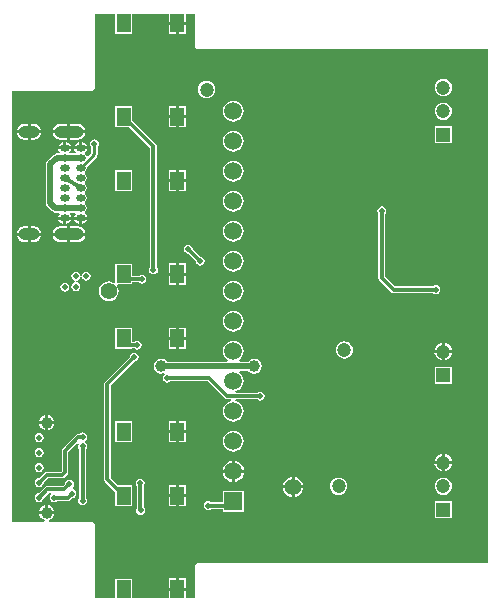
<source format=gbl>
G04*
G04 #@! TF.GenerationSoftware,Altium Limited,Altium Designer,21.6.1 (37)*
G04*
G04 Layer_Physical_Order=2*
G04 Layer_Color=16711680*
%FSLAX25Y25*%
%MOIN*%
G70*
G04*
G04 #@! TF.SameCoordinates,5EA0F2DE-1706-4193-BDFD-DA62A5601E92*
G04*
G04*
G04 #@! TF.FilePolarity,Positive*
G04*
G01*
G75*
%ADD18C,0.01000*%
%ADD23C,0.03937*%
%ADD59C,0.01181*%
%ADD60C,0.01968*%
%ADD61C,0.04724*%
%ADD62O,0.03150X0.02441*%
%ADD63O,0.09843X0.03937*%
%ADD64O,0.07087X0.03937*%
%ADD65R,0.04724X0.04724*%
%ADD66C,0.05906*%
%ADD67R,0.05906X0.05906*%
%ADD68C,0.05512*%
%ADD69C,0.01968*%
%ADD70R,0.04724X0.05906*%
G36*
X-12831Y86614D02*
X-12753Y86224D01*
X-12532Y85893D01*
X-12201Y85672D01*
X-11811Y85595D01*
X84965Y85595D01*
X84965Y-85595D01*
X-11811Y-85595D01*
X-12201Y-85672D01*
X-12532Y-85893D01*
X-12753Y-86224D01*
X-12831Y-86614D01*
X-12831Y-97406D01*
X-15660Y-97406D01*
X-15660Y-94791D01*
X-18622Y-94791D01*
X-21584Y-94791D01*
X-21584Y-97406D01*
X-33634Y-97406D01*
X-33634Y-90839D01*
X-39358Y-90839D01*
X-39358Y-97406D01*
X-46224Y-97406D01*
X-46224Y-72835D01*
X-46302Y-72444D01*
X-46523Y-72114D01*
X-46854Y-71893D01*
X-47244Y-71815D01*
X-61408Y-71815D01*
X-61515Y-71343D01*
X-60890Y-71084D01*
X-60353Y-70673D01*
X-59942Y-70136D01*
X-59683Y-69511D01*
X-59660Y-69341D01*
X-62185Y-69341D01*
X-64710Y-69341D01*
X-64687Y-69511D01*
X-64429Y-70136D01*
X-64017Y-70673D01*
X-63480Y-71084D01*
X-62856Y-71343D01*
X-62962Y-71815D01*
X-73784Y-71815D01*
X-73784Y71815D01*
X-47244Y71815D01*
X-46854Y71893D01*
X-46523Y72114D01*
X-46302Y72444D01*
X-46224Y72835D01*
X-46224Y97406D01*
X-39358Y97406D01*
X-39358Y90839D01*
X-33634Y90839D01*
X-33634Y97406D01*
X-21584Y97406D01*
X-21584Y94791D01*
X-18622Y94791D01*
X-15660Y94791D01*
X-15660Y97406D01*
X-12831Y97406D01*
X-12831Y86614D01*
X-12831Y86614D02*
G37*
%LPC*%
G36*
X-15660Y93791D02*
X-18122Y93791D01*
X-18122Y90739D01*
X-15660Y90739D01*
X-15660Y93791D01*
X-15660Y93791D02*
G37*
G36*
X-19122Y93791D02*
X-21584Y93791D01*
X-21584Y90739D01*
X-19122Y90739D01*
X-19122Y93791D01*
X-19122Y93791D02*
G37*
G36*
X70000Y75761D02*
X69253Y75662D01*
X68557Y75374D01*
X67959Y74915D01*
X67500Y74318D01*
X67212Y73621D01*
X67113Y72874D01*
X67212Y72127D01*
X67500Y71431D01*
X67959Y70833D01*
X68557Y70374D01*
X69253Y70086D01*
X70000Y69987D01*
X70747Y70086D01*
X71443Y70374D01*
X72041Y70833D01*
X72500Y71431D01*
X72789Y72127D01*
X72887Y72874D01*
X72789Y73621D01*
X72500Y74318D01*
X72041Y74915D01*
X71443Y75374D01*
X70747Y75662D01*
X70000Y75761D01*
X70000Y75761D02*
G37*
G36*
X-8900Y75087D02*
X-9647Y74989D01*
X-10343Y74700D01*
X-10941Y74241D01*
X-11400Y73643D01*
X-11688Y72947D01*
X-11787Y72200D01*
X-11688Y71453D01*
X-11400Y70757D01*
X-10941Y70159D01*
X-10343Y69700D01*
X-9647Y69411D01*
X-8900Y69313D01*
X-8153Y69411D01*
X-7457Y69700D01*
X-6859Y70159D01*
X-6400Y70757D01*
X-6112Y71453D01*
X-6013Y72200D01*
X-6112Y72947D01*
X-6400Y73643D01*
X-6859Y74241D01*
X-7457Y74700D01*
X-8153Y74989D01*
X-8900Y75087D01*
X-8900Y75087D02*
G37*
G36*
X-15660Y66742D02*
X-18122Y66742D01*
X-18122Y63689D01*
X-15660Y63689D01*
X-15660Y66742D01*
X-15660Y66742D02*
G37*
G36*
X-19122Y66742D02*
X-21584Y66742D01*
X-21584Y63689D01*
X-19122Y63689D01*
X-19122Y66742D01*
X-19122Y66742D02*
G37*
G36*
X70000Y67887D02*
X69253Y67788D01*
X68557Y67500D01*
X67959Y67041D01*
X67500Y66443D01*
X67212Y65747D01*
X67113Y65000D01*
X67212Y64253D01*
X67500Y63557D01*
X67959Y62959D01*
X68557Y62500D01*
X69253Y62212D01*
X70000Y62113D01*
X70747Y62212D01*
X71443Y62500D01*
X72041Y62959D01*
X72500Y63557D01*
X72789Y64253D01*
X72887Y65000D01*
X72789Y65747D01*
X72500Y66443D01*
X72041Y67041D01*
X71443Y67500D01*
X70747Y67788D01*
X70000Y67887D01*
X70000Y67887D02*
G37*
G36*
X0Y68483D02*
X-901Y68364D01*
X-1741Y68016D01*
X-2462Y67462D01*
X-3016Y66741D01*
X-3364Y65901D01*
X-3483Y65000D01*
X-3364Y64099D01*
X-3016Y63259D01*
X-2462Y62537D01*
X-1741Y61984D01*
X-901Y61636D01*
X0Y61518D01*
X901Y61636D01*
X1741Y61984D01*
X2462Y62537D01*
X3016Y63259D01*
X3364Y64099D01*
X3483Y65000D01*
X3364Y65901D01*
X3016Y66741D01*
X2462Y67462D01*
X1741Y68016D01*
X901Y68364D01*
X0Y68483D01*
X0Y68483D02*
G37*
G36*
X-15660Y62689D02*
X-18122Y62689D01*
X-18122Y59636D01*
X-15660Y59636D01*
X-15660Y62689D01*
X-15660Y62689D02*
G37*
G36*
X-19122Y62689D02*
X-21584Y62689D01*
X-21584Y59636D01*
X-19122Y59636D01*
X-19122Y62689D01*
X-19122Y62689D02*
G37*
G36*
X-51823Y60682D02*
X-54275Y60682D01*
X-54275Y58591D01*
X-49298Y58591D01*
X-49320Y58762D01*
X-49579Y59386D01*
X-49991Y59923D01*
X-50527Y60335D01*
X-51152Y60593D01*
X-51823Y60682D01*
X-51823Y60682D02*
G37*
G36*
X-55275Y60682D02*
X-57728Y60682D01*
X-58399Y60593D01*
X-59023Y60335D01*
X-59560Y59923D01*
X-59972Y59386D01*
X-60230Y58762D01*
X-60253Y58591D01*
X-55275Y58591D01*
X-55275Y60682D01*
X-55275Y60682D02*
G37*
G36*
X-66508Y60682D02*
X-67582Y60682D01*
X-67582Y58591D01*
X-63983Y58591D01*
X-64005Y58762D01*
X-64264Y59386D01*
X-64676Y59923D01*
X-65212Y60335D01*
X-65837Y60593D01*
X-66508Y60682D01*
X-66508Y60682D02*
G37*
G36*
X-68582Y60682D02*
X-69657Y60682D01*
X-70328Y60593D01*
X-70953Y60335D01*
X-71489Y59923D01*
X-71901Y59386D01*
X-72160Y58762D01*
X-72182Y58591D01*
X-68582Y58591D01*
X-68582Y60682D01*
X-68582Y60682D02*
G37*
G36*
X-49298Y57591D02*
X-54275Y57591D01*
X-54275Y55500D01*
X-51823Y55500D01*
X-51152Y55589D01*
X-50527Y55847D01*
X-49991Y56259D01*
X-49579Y56796D01*
X-49320Y57420D01*
X-49298Y57591D01*
X-49298Y57591D02*
G37*
G36*
X-55275Y57591D02*
X-60253Y57591D01*
X-60230Y57420D01*
X-59972Y56796D01*
X-59560Y56259D01*
X-59023Y55847D01*
X-58399Y55589D01*
X-57728Y55500D01*
X-55275Y55500D01*
X-55275Y57591D01*
X-55275Y57591D02*
G37*
G36*
X-63983Y57591D02*
X-67582Y57591D01*
X-67582Y55500D01*
X-66508Y55500D01*
X-65837Y55589D01*
X-65212Y55847D01*
X-64676Y56259D01*
X-64264Y56796D01*
X-64005Y57420D01*
X-63983Y57591D01*
X-63983Y57591D02*
G37*
G36*
X-68582Y57591D02*
X-72182Y57591D01*
X-72160Y57420D01*
X-71901Y56796D01*
X-71489Y56259D01*
X-70953Y55847D01*
X-70328Y55589D01*
X-69657Y55500D01*
X-68582Y55500D01*
X-68582Y57591D01*
X-68582Y57591D02*
G37*
G36*
X72862Y59988D02*
X67138Y59988D01*
X67138Y54264D01*
X72862Y54264D01*
X72862Y59988D01*
X72862Y59988D02*
G37*
G36*
X-55731Y54603D02*
X-55731Y53276D01*
X-54120Y53276D01*
X-54162Y53486D01*
X-54565Y54088D01*
X-55167Y54491D01*
X-55731Y54603D01*
X-55731Y54603D02*
G37*
G36*
X-50418Y54603D02*
X-50418Y53276D01*
X-48807Y53276D01*
X-48848Y53486D01*
X-49251Y54088D01*
X-49853Y54491D01*
X-50418Y54603D01*
X-50418Y54603D02*
G37*
G36*
X-51417Y54603D02*
X-51982Y54491D01*
X-52584Y54088D01*
X-52987Y53486D01*
X-53029Y53276D01*
X-51417Y53276D01*
X-51417Y54603D01*
X-51417Y54603D02*
G37*
G36*
X-56731Y54603D02*
X-57296Y54491D01*
X-57898Y54088D01*
X-58301Y53486D01*
X-58342Y53276D01*
X-56731Y53276D01*
X-56731Y54603D01*
X-56731Y54603D02*
G37*
G36*
X0Y58482D02*
X-901Y58364D01*
X-1741Y58016D01*
X-2462Y57463D01*
X-3016Y56741D01*
X-3364Y55901D01*
X-3483Y55000D01*
X-3364Y54099D01*
X-3016Y53259D01*
X-2462Y52538D01*
X-1741Y51984D01*
X-901Y51636D01*
X0Y51517D01*
X901Y51636D01*
X1741Y51984D01*
X2462Y52538D01*
X3016Y53259D01*
X3364Y54099D01*
X3483Y55000D01*
X3364Y55901D01*
X3016Y56741D01*
X2462Y57463D01*
X1741Y58016D01*
X901Y58364D01*
X0Y58482D01*
X0Y58482D02*
G37*
G36*
X-46260Y55647D02*
X-46839Y55532D01*
X-47330Y55204D01*
X-47658Y54713D01*
X-47773Y54134D01*
X-47658Y53555D01*
X-47330Y53064D01*
X-47279Y53030D01*
X-47279Y51014D01*
X-48443Y49851D01*
X-48922Y49996D01*
X-48943Y50100D01*
X-49323Y50669D01*
X-49431Y50742D01*
X-49431Y51343D01*
X-49251Y51464D01*
X-48848Y52066D01*
X-48807Y52276D01*
X-50918Y52276D01*
X-53029Y52276D01*
X-52987Y52066D01*
X-52584Y51464D01*
X-52553Y51442D01*
X-52704Y50942D01*
X-54445Y50942D01*
X-54596Y51442D01*
X-54565Y51464D01*
X-54162Y52066D01*
X-54120Y52276D01*
X-56231Y52276D01*
X-58342Y52276D01*
X-58301Y52066D01*
X-57898Y51464D01*
X-57867Y51442D01*
X-58018Y50942D01*
X-58839Y50942D01*
X-58839Y50942D01*
X-59418Y50827D01*
X-59909Y50499D01*
X-62094Y48314D01*
X-62422Y47823D01*
X-62537Y47244D01*
X-62537Y47244D01*
X-62537Y34449D01*
X-62537Y34449D01*
X-62422Y33870D01*
X-62094Y33379D01*
X-60342Y31627D01*
X-60342Y31627D01*
X-59851Y31299D01*
X-59272Y31184D01*
X-59272Y31184D01*
X-58018Y31184D01*
X-57867Y30684D01*
X-57898Y30663D01*
X-58301Y30060D01*
X-58342Y29850D01*
X-56231Y29850D01*
X-54120Y29850D01*
X-54162Y30060D01*
X-54565Y30663D01*
X-54596Y30684D01*
X-54445Y31184D01*
X-52704Y31184D01*
X-52553Y30684D01*
X-52584Y30663D01*
X-52987Y30060D01*
X-53029Y29850D01*
X-50918Y29850D01*
X-48807Y29850D01*
X-48848Y30060D01*
X-49251Y30663D01*
X-49431Y30783D01*
X-49431Y31384D01*
X-49323Y31457D01*
X-48943Y32026D01*
X-48809Y32697D01*
X-48943Y33368D01*
X-49323Y33937D01*
X-49520Y34069D01*
X-49520Y34671D01*
X-49323Y34803D01*
X-48943Y35372D01*
X-48809Y36043D01*
X-48943Y36714D01*
X-49323Y37283D01*
X-49521Y37416D01*
X-49521Y38017D01*
X-49323Y38150D01*
X-48943Y38719D01*
X-48809Y39390D01*
X-48943Y40061D01*
X-49323Y40630D01*
X-49520Y40762D01*
X-49520Y41364D01*
X-49323Y41496D01*
X-48943Y42065D01*
X-48809Y42736D01*
X-48943Y43407D01*
X-49323Y43976D01*
X-49521Y44109D01*
X-49521Y44710D01*
X-49323Y44843D01*
X-48943Y45412D01*
X-48809Y46083D01*
X-48895Y46515D01*
X-45539Y49871D01*
X-45318Y50202D01*
X-45240Y50592D01*
X-45240Y53030D01*
X-45190Y53064D01*
X-44862Y53555D01*
X-44747Y54134D01*
X-44862Y54713D01*
X-45190Y55204D01*
X-45681Y55532D01*
X-46260Y55647D01*
X-46260Y55647D02*
G37*
G36*
X-15660Y45351D02*
X-18122Y45351D01*
X-18122Y42298D01*
X-15660Y42298D01*
X-15660Y45351D01*
X-15660Y45351D02*
G37*
G36*
X-19122Y45351D02*
X-21584Y45351D01*
X-21584Y42298D01*
X-19122Y42298D01*
X-19122Y45351D01*
X-19122Y45351D02*
G37*
G36*
X0Y48482D02*
X-901Y48364D01*
X-1741Y48016D01*
X-2462Y47462D01*
X-3016Y46741D01*
X-3364Y45901D01*
X-3483Y45000D01*
X-3364Y44099D01*
X-3016Y43259D01*
X-2462Y42538D01*
X-1741Y41984D01*
X-901Y41636D01*
X0Y41517D01*
X901Y41636D01*
X1741Y41984D01*
X2462Y42538D01*
X3016Y43259D01*
X3364Y44099D01*
X3483Y45000D01*
X3364Y45901D01*
X3016Y46741D01*
X2462Y47462D01*
X1741Y48016D01*
X901Y48364D01*
X0Y48482D01*
X0Y48482D02*
G37*
G36*
X-33634Y45251D02*
X-39358Y45251D01*
X-39358Y38345D01*
X-33634Y38345D01*
X-33634Y45251D01*
X-33634Y45251D02*
G37*
G36*
X-15660Y41298D02*
X-18122Y41298D01*
X-18122Y38245D01*
X-15660Y38245D01*
X-15660Y41298D01*
X-15660Y41298D02*
G37*
G36*
X-19122Y41298D02*
X-21584Y41298D01*
X-21584Y38245D01*
X-19122Y38245D01*
X-19122Y41298D01*
X-19122Y41298D02*
G37*
G36*
X0Y38482D02*
X-901Y38364D01*
X-1741Y38016D01*
X-2462Y37462D01*
X-3016Y36741D01*
X-3364Y35901D01*
X-3483Y35000D01*
X-3364Y34099D01*
X-3016Y33259D01*
X-2462Y32537D01*
X-1741Y31984D01*
X-901Y31636D01*
X0Y31517D01*
X901Y31636D01*
X1741Y31984D01*
X2462Y32537D01*
X3016Y33259D01*
X3364Y34099D01*
X3483Y35000D01*
X3364Y35901D01*
X3016Y36741D01*
X2462Y37462D01*
X1741Y38016D01*
X901Y38364D01*
X0Y38482D01*
X0Y38482D02*
G37*
G36*
X-54120Y28850D02*
X-55731Y28850D01*
X-55731Y27523D01*
X-55167Y27635D01*
X-54565Y28038D01*
X-54162Y28640D01*
X-54120Y28850D01*
X-54120Y28850D02*
G37*
G36*
X-48807Y28850D02*
X-50418Y28850D01*
X-50418Y27523D01*
X-49853Y27635D01*
X-49251Y28038D01*
X-48848Y28640D01*
X-48807Y28850D01*
X-48807Y28850D02*
G37*
G36*
X-51417Y28850D02*
X-53029Y28850D01*
X-52987Y28640D01*
X-52584Y28038D01*
X-51982Y27635D01*
X-51417Y27523D01*
X-51417Y28850D01*
X-51417Y28850D02*
G37*
G36*
X-56731Y28850D02*
X-58342Y28850D01*
X-58301Y28640D01*
X-57898Y28038D01*
X-57296Y27635D01*
X-56731Y27523D01*
X-56731Y28850D01*
X-56731Y28850D02*
G37*
G36*
X-51823Y26626D02*
X-54275Y26626D01*
X-54275Y24535D01*
X-49298Y24535D01*
X-49320Y24705D01*
X-49579Y25330D01*
X-49991Y25867D01*
X-50527Y26279D01*
X-51152Y26537D01*
X-51823Y26626D01*
X-51823Y26626D02*
G37*
G36*
X-55275Y26626D02*
X-57728Y26626D01*
X-58399Y26537D01*
X-59023Y26279D01*
X-59560Y25867D01*
X-59972Y25330D01*
X-60230Y24705D01*
X-60253Y24535D01*
X-55275Y24535D01*
X-55275Y26626D01*
X-55275Y26626D02*
G37*
G36*
X-66508Y26626D02*
X-67582Y26626D01*
X-67582Y24535D01*
X-63983Y24535D01*
X-64005Y24705D01*
X-64264Y25330D01*
X-64676Y25867D01*
X-65212Y26279D01*
X-65837Y26537D01*
X-66508Y26626D01*
X-66508Y26626D02*
G37*
G36*
X-68582Y26626D02*
X-69657Y26626D01*
X-70328Y26537D01*
X-70953Y26279D01*
X-71489Y25867D01*
X-71901Y25330D01*
X-72160Y24705D01*
X-72182Y24535D01*
X-68582Y24535D01*
X-68582Y26626D01*
X-68582Y26626D02*
G37*
G36*
X0Y28482D02*
X-901Y28364D01*
X-1741Y28016D01*
X-2462Y27463D01*
X-3016Y26741D01*
X-3364Y25901D01*
X-3483Y25000D01*
X-3364Y24099D01*
X-3016Y23259D01*
X-2462Y22537D01*
X-1741Y21984D01*
X-901Y21636D01*
X0Y21518D01*
X901Y21636D01*
X1741Y21984D01*
X2462Y22537D01*
X3016Y23259D01*
X3364Y24099D01*
X3483Y25000D01*
X3364Y25901D01*
X3016Y26741D01*
X2462Y27463D01*
X1741Y28016D01*
X901Y28364D01*
X0Y28482D01*
X0Y28482D02*
G37*
G36*
X-49298Y23535D02*
X-54275Y23535D01*
X-54275Y21444D01*
X-51823Y21444D01*
X-51152Y21533D01*
X-50527Y21791D01*
X-49991Y22203D01*
X-49579Y22740D01*
X-49320Y23365D01*
X-49298Y23535D01*
X-49298Y23535D02*
G37*
G36*
X-55275Y23535D02*
X-60253Y23535D01*
X-60230Y23365D01*
X-59972Y22740D01*
X-59560Y22203D01*
X-59023Y21791D01*
X-58399Y21533D01*
X-57728Y21444D01*
X-55275Y21444D01*
X-55275Y23535D01*
X-55275Y23535D02*
G37*
G36*
X-63983Y23535D02*
X-67582Y23535D01*
X-67582Y21444D01*
X-66508Y21444D01*
X-65837Y21533D01*
X-65212Y21791D01*
X-64676Y22203D01*
X-64264Y22740D01*
X-64005Y23365D01*
X-63983Y23535D01*
X-63983Y23535D02*
G37*
G36*
X-68582Y23535D02*
X-72182Y23535D01*
X-72160Y23365D01*
X-71901Y22740D01*
X-71489Y22203D01*
X-70953Y21791D01*
X-70328Y21533D01*
X-69657Y21444D01*
X-68582Y21444D01*
X-68582Y23535D01*
X-68582Y23535D02*
G37*
G36*
X-15000Y20513D02*
X-15579Y20398D01*
X-16070Y20070D01*
X-16398Y19579D01*
X-16513Y19000D01*
X-16398Y18421D01*
X-16070Y17930D01*
X-15579Y17602D01*
X-15000Y17487D01*
X-14940Y17499D01*
X-12502Y15060D01*
X-12513Y15000D01*
X-12398Y14421D01*
X-12070Y13930D01*
X-11579Y13602D01*
X-11000Y13487D01*
X-10421Y13602D01*
X-9930Y13930D01*
X-9602Y14421D01*
X-9487Y15000D01*
X-9602Y15579D01*
X-9930Y16070D01*
X-10421Y16398D01*
X-11000Y16513D01*
X-11060Y16501D01*
X-13498Y18940D01*
X-13487Y19000D01*
X-13602Y19579D01*
X-13930Y20070D01*
X-14421Y20398D01*
X-15000Y20513D01*
X-15000Y20513D02*
G37*
G36*
X0Y18483D02*
X-901Y18364D01*
X-1741Y18016D01*
X-2462Y17462D01*
X-3016Y16741D01*
X-3364Y15901D01*
X-3483Y15000D01*
X-3364Y14099D01*
X-3016Y13259D01*
X-2462Y12538D01*
X-1741Y11984D01*
X-901Y11636D01*
X0Y11518D01*
X901Y11636D01*
X1741Y11984D01*
X2462Y12538D01*
X3016Y13259D01*
X3364Y14099D01*
X3483Y15000D01*
X3364Y15901D01*
X3016Y16741D01*
X2462Y17462D01*
X1741Y18016D01*
X901Y18364D01*
X0Y18483D01*
X0Y18483D02*
G37*
G36*
X-15660Y14248D02*
X-18122Y14248D01*
X-18122Y11196D01*
X-15660Y11196D01*
X-15660Y14248D01*
X-15660Y14248D02*
G37*
G36*
X-19122Y14248D02*
X-21584Y14248D01*
X-21584Y11196D01*
X-19122Y11196D01*
X-19122Y14248D01*
X-19122Y14248D02*
G37*
G36*
X-33634Y66642D02*
X-39358Y66642D01*
X-39358Y59736D01*
X-34832Y59736D01*
X-34724Y59715D01*
X-34724Y59715D01*
X-34594Y59715D01*
X-27714Y52834D01*
X-27714Y13087D01*
X-28000Y12658D01*
X-28115Y12079D01*
X-28000Y11500D01*
X-27672Y11009D01*
X-27181Y10681D01*
X-26602Y10566D01*
X-26023Y10681D01*
X-25532Y11009D01*
X-25204Y11500D01*
X-25089Y12079D01*
X-25204Y12658D01*
X-25490Y13087D01*
X-25490Y53295D01*
X-25575Y53720D01*
X-25816Y54081D01*
X-25816Y54081D01*
X-33348Y61613D01*
X-33634Y61804D01*
X-33634Y66642D01*
X-33634Y66642D02*
G37*
G36*
X-49000Y11513D02*
X-49579Y11398D01*
X-50070Y11070D01*
X-50398Y10579D01*
X-50487Y10133D01*
X-50997Y10133D01*
X-51036Y10329D01*
X-51081Y10559D01*
X-51409Y11050D01*
X-51900Y11378D01*
X-52479Y11493D01*
X-53059Y11378D01*
X-53549Y11050D01*
X-53878Y10559D01*
X-53993Y9979D01*
X-53878Y9400D01*
X-53549Y8909D01*
X-53059Y8581D01*
X-52633Y8497D01*
X-52633Y7987D01*
X-52832Y7947D01*
X-53079Y7898D01*
X-53570Y7570D01*
X-53898Y7079D01*
X-54013Y6500D01*
X-53898Y5921D01*
X-53570Y5430D01*
X-53079Y5102D01*
X-52500Y4987D01*
X-51921Y5102D01*
X-51430Y5430D01*
X-51102Y5921D01*
X-50987Y6500D01*
X-51102Y7079D01*
X-51430Y7570D01*
X-51921Y7898D01*
X-52346Y7983D01*
X-52346Y8493D01*
X-52148Y8532D01*
X-51900Y8581D01*
X-51409Y8909D01*
X-51081Y9400D01*
X-50993Y9846D01*
X-50483Y9846D01*
X-50444Y9651D01*
X-50398Y9421D01*
X-50070Y8930D01*
X-49579Y8602D01*
X-49000Y8487D01*
X-48421Y8602D01*
X-47930Y8930D01*
X-47602Y9421D01*
X-47487Y10000D01*
X-47602Y10579D01*
X-47930Y11070D01*
X-48421Y11398D01*
X-49000Y11513D01*
X-49000Y11513D02*
G37*
G36*
X-33634Y14148D02*
X-39358Y14148D01*
X-39358Y8026D01*
X-39807Y7805D01*
X-39858Y7844D01*
X-40650Y8172D01*
X-41500Y8284D01*
X-42350Y8172D01*
X-43142Y7844D01*
X-43822Y7322D01*
X-44344Y6642D01*
X-44672Y5850D01*
X-44784Y5000D01*
X-44672Y4150D01*
X-44344Y3358D01*
X-43822Y2678D01*
X-43142Y2156D01*
X-42350Y1828D01*
X-41500Y1716D01*
X-40650Y1828D01*
X-39858Y2156D01*
X-39178Y2678D01*
X-38656Y3358D01*
X-38328Y4150D01*
X-38216Y5000D01*
X-38328Y5850D01*
X-38656Y6642D01*
X-38773Y6794D01*
X-38552Y7243D01*
X-33634Y7243D01*
X-33634Y7888D01*
X-31508Y7888D01*
X-31079Y7602D01*
X-30500Y7487D01*
X-29921Y7602D01*
X-29430Y7930D01*
X-29102Y8421D01*
X-28987Y9000D01*
X-29102Y9579D01*
X-29430Y10070D01*
X-29921Y10398D01*
X-30500Y10513D01*
X-31079Y10398D01*
X-31508Y10112D01*
X-33634Y10112D01*
X-33634Y14148D01*
X-33634Y14148D02*
G37*
G36*
X-15660Y10195D02*
X-18122Y10195D01*
X-18122Y7143D01*
X-15660Y7143D01*
X-15660Y10195D01*
X-15660Y10195D02*
G37*
G36*
X-19122Y10195D02*
X-21584Y10195D01*
X-21584Y7143D01*
X-19122Y7143D01*
X-19122Y10195D01*
X-19122Y10195D02*
G37*
G36*
X-56104Y7868D02*
X-56684Y7753D01*
X-57174Y7424D01*
X-57503Y6934D01*
X-57618Y6354D01*
X-57503Y5775D01*
X-57174Y5284D01*
X-56684Y4956D01*
X-56104Y4841D01*
X-55525Y4956D01*
X-55034Y5284D01*
X-54706Y5775D01*
X-54591Y6354D01*
X-54706Y6934D01*
X-55034Y7424D01*
X-55525Y7753D01*
X-56104Y7868D01*
X-56104Y7868D02*
G37*
G36*
X49500Y33253D02*
X48921Y33138D01*
X48430Y32810D01*
X48102Y32319D01*
X47987Y31740D01*
X48102Y31161D01*
X48388Y30733D01*
X48388Y9500D01*
X48388Y9500D01*
X48473Y9075D01*
X48714Y8714D01*
X52714Y4714D01*
X52714Y4714D01*
X53075Y4473D01*
X53500Y4388D01*
X66492Y4388D01*
X66921Y4102D01*
X67500Y3987D01*
X68079Y4102D01*
X68570Y4430D01*
X68898Y4921D01*
X69013Y5500D01*
X68898Y6079D01*
X68570Y6570D01*
X68079Y6898D01*
X67500Y7013D01*
X66921Y6898D01*
X66492Y6612D01*
X53961Y6612D01*
X50612Y9961D01*
X50612Y30733D01*
X50898Y31161D01*
X51013Y31740D01*
X50898Y32319D01*
X50570Y32810D01*
X50079Y33138D01*
X49500Y33253D01*
X49500Y33253D02*
G37*
G36*
X0Y8483D02*
X-901Y8364D01*
X-1741Y8016D01*
X-2462Y7463D01*
X-3016Y6741D01*
X-3364Y5901D01*
X-3483Y5000D01*
X-3364Y4099D01*
X-3016Y3259D01*
X-2462Y2537D01*
X-1741Y1984D01*
X-901Y1636D01*
X0Y1517D01*
X901Y1636D01*
X1741Y1984D01*
X2462Y2537D01*
X3016Y3259D01*
X3364Y4099D01*
X3483Y5000D01*
X3364Y5901D01*
X3016Y6741D01*
X2462Y7463D01*
X1741Y8016D01*
X901Y8364D01*
X0Y8483D01*
X0Y8483D02*
G37*
G36*
X0Y-1517D02*
X-901Y-1636D01*
X-1741Y-1984D01*
X-2462Y-2537D01*
X-3016Y-3259D01*
X-3364Y-4099D01*
X-3483Y-5000D01*
X-3364Y-5901D01*
X-3016Y-6741D01*
X-2462Y-7463D01*
X-1741Y-8016D01*
X-901Y-8364D01*
X0Y-8483D01*
X901Y-8364D01*
X1741Y-8016D01*
X2462Y-7463D01*
X3016Y-6741D01*
X3364Y-5901D01*
X3483Y-5000D01*
X3364Y-4099D01*
X3016Y-3259D01*
X2462Y-2537D01*
X1741Y-1984D01*
X901Y-1636D01*
X0Y-1517D01*
X0Y-1517D02*
G37*
G36*
X-15660Y-7143D02*
X-18122Y-7143D01*
X-18122Y-10195D01*
X-15660Y-10195D01*
X-15660Y-7143D01*
X-15660Y-7143D02*
G37*
G36*
X-19122Y-7143D02*
X-21584Y-7143D01*
X-21584Y-10195D01*
X-19122Y-10195D01*
X-19122Y-7143D01*
X-19122Y-7143D02*
G37*
G36*
X-15660Y-11196D02*
X-18122Y-11196D01*
X-18122Y-14248D01*
X-15660Y-14248D01*
X-15660Y-11196D01*
X-15660Y-11196D02*
G37*
G36*
X-19122Y-11196D02*
X-21584Y-11196D01*
X-21584Y-14248D01*
X-19122Y-14248D01*
X-19122Y-11196D01*
X-19122Y-11196D02*
G37*
G36*
X-34724Y-7221D02*
X-34832Y-7243D01*
X-39358Y-7243D01*
X-39358Y-14148D01*
X-33634Y-14148D01*
X-33634Y-14112D01*
X-33007Y-14112D01*
X-32579Y-14398D01*
X-32000Y-14513D01*
X-31421Y-14398D01*
X-30930Y-14070D01*
X-30602Y-13579D01*
X-30487Y-13000D01*
X-30602Y-12421D01*
X-30930Y-11930D01*
X-31421Y-11602D01*
X-32000Y-11487D01*
X-32579Y-11602D01*
X-33007Y-11888D01*
X-33634Y-11888D01*
X-33634Y-8441D01*
X-33612Y-8333D01*
X-33634Y-8226D01*
X-33634Y-7243D01*
X-34617Y-7243D01*
X-34724Y-7221D01*
X-34724Y-7221D02*
G37*
G36*
X70500Y-12204D02*
X70500Y-14626D01*
X72922Y-14626D01*
X72886Y-14353D01*
X72588Y-13632D01*
X72113Y-13013D01*
X71494Y-12539D01*
X70773Y-12240D01*
X70500Y-12204D01*
X70500Y-12204D02*
G37*
G36*
X69500Y-12204D02*
X69227Y-12240D01*
X68506Y-12539D01*
X67887Y-13013D01*
X67413Y-13632D01*
X67114Y-14353D01*
X67078Y-14626D01*
X69500Y-14626D01*
X69500Y-12204D01*
X69500Y-12204D02*
G37*
G36*
X37000Y-11713D02*
X36253Y-11812D01*
X35557Y-12100D01*
X34959Y-12559D01*
X34500Y-13157D01*
X34212Y-13853D01*
X34113Y-14600D01*
X34212Y-15347D01*
X34500Y-16044D01*
X34959Y-16641D01*
X35557Y-17100D01*
X36253Y-17389D01*
X37000Y-17487D01*
X37747Y-17389D01*
X38443Y-17100D01*
X39041Y-16641D01*
X39500Y-16044D01*
X39788Y-15347D01*
X39887Y-14600D01*
X39788Y-13853D01*
X39500Y-13157D01*
X39041Y-12559D01*
X38443Y-12100D01*
X37747Y-11812D01*
X37000Y-11713D01*
X37000Y-11713D02*
G37*
G36*
X72922Y-15626D02*
X70500Y-15626D01*
X70500Y-18048D01*
X70773Y-18012D01*
X71494Y-17714D01*
X72113Y-17239D01*
X72588Y-16620D01*
X72886Y-15899D01*
X72922Y-15626D01*
X72922Y-15626D02*
G37*
G36*
X69500Y-15626D02*
X67078Y-15626D01*
X67114Y-15899D01*
X67413Y-16620D01*
X67887Y-17239D01*
X68506Y-17714D01*
X69227Y-18012D01*
X69500Y-18048D01*
X69500Y-15626D01*
X69500Y-15626D02*
G37*
G36*
X0Y-11518D02*
X-901Y-11636D01*
X-1741Y-11984D01*
X-2462Y-12538D01*
X-3016Y-13259D01*
X-3364Y-14099D01*
X-3483Y-15000D01*
X-3364Y-15901D01*
X-3016Y-16741D01*
X-2462Y-17462D01*
X-1780Y-17987D01*
X-1778Y-18042D01*
X-2094Y-18487D01*
X-22042Y-18487D01*
X-22220Y-18220D01*
X-23037Y-17675D01*
X-24000Y-17483D01*
X-24963Y-17675D01*
X-25780Y-18220D01*
X-26325Y-19037D01*
X-26517Y-20000D01*
X-26325Y-20963D01*
X-25780Y-21780D01*
X-24963Y-22325D01*
X-24000Y-22517D01*
X-23259Y-22369D01*
X-23037Y-22325D01*
X-22799Y-22749D01*
X-23070Y-22930D01*
X-23398Y-23421D01*
X-23513Y-24000D01*
X-23398Y-24579D01*
X-23070Y-25070D01*
X-22579Y-25398D01*
X-22000Y-25513D01*
X-21421Y-25398D01*
X-20992Y-25112D01*
X-8461Y-25112D01*
X-2786Y-30786D01*
X-2426Y-31027D01*
X-2000Y-31112D01*
X-750Y-31112D01*
X-717Y-31612D01*
X-901Y-31636D01*
X-1741Y-31984D01*
X-2462Y-32537D01*
X-3016Y-33259D01*
X-3364Y-34099D01*
X-3483Y-35000D01*
X-3364Y-35901D01*
X-3016Y-36741D01*
X-2462Y-37462D01*
X-1741Y-38016D01*
X-901Y-38364D01*
X0Y-38482D01*
X901Y-38364D01*
X1741Y-38016D01*
X2462Y-37462D01*
X3016Y-36741D01*
X3364Y-35901D01*
X3483Y-35000D01*
X3364Y-34099D01*
X3016Y-33259D01*
X2462Y-32537D01*
X1741Y-31984D01*
X901Y-31636D01*
X717Y-31612D01*
X750Y-31112D01*
X7993Y-31112D01*
X8421Y-31398D01*
X9000Y-31513D01*
X9579Y-31398D01*
X10070Y-31070D01*
X10398Y-30579D01*
X10513Y-30000D01*
X10398Y-29421D01*
X10070Y-28930D01*
X9579Y-28602D01*
X9000Y-28487D01*
X8421Y-28602D01*
X7993Y-28888D01*
X750Y-28888D01*
X717Y-28388D01*
X901Y-28364D01*
X1741Y-28016D01*
X2462Y-27463D01*
X3016Y-26741D01*
X3364Y-25901D01*
X3483Y-25000D01*
X3364Y-24099D01*
X3016Y-23259D01*
X2462Y-22537D01*
X1780Y-22013D01*
X1778Y-21958D01*
X2094Y-21513D01*
X5042Y-21513D01*
X5220Y-21780D01*
X6037Y-22325D01*
X7000Y-22517D01*
X7963Y-22325D01*
X8780Y-21780D01*
X9325Y-20963D01*
X9517Y-20000D01*
X9325Y-19037D01*
X8780Y-18220D01*
X7963Y-17675D01*
X7000Y-17483D01*
X6037Y-17675D01*
X5220Y-18220D01*
X5042Y-18487D01*
X2094Y-18487D01*
X1778Y-18042D01*
X1780Y-17987D01*
X2462Y-17462D01*
X3016Y-16741D01*
X3364Y-15901D01*
X3483Y-15000D01*
X3364Y-14099D01*
X3016Y-13259D01*
X2462Y-12538D01*
X1741Y-11984D01*
X901Y-11636D01*
X0Y-11518D01*
X0Y-11518D02*
G37*
G36*
X72862Y-20138D02*
X67138Y-20138D01*
X67138Y-25862D01*
X72862Y-25862D01*
X72862Y-20138D01*
X72862Y-20138D02*
G37*
G36*
X-61685Y-36316D02*
X-61685Y-38341D01*
X-59660Y-38341D01*
X-59683Y-38170D01*
X-59942Y-37545D01*
X-60353Y-37009D01*
X-60890Y-36597D01*
X-61515Y-36338D01*
X-61685Y-36316D01*
X-61685Y-36316D02*
G37*
G36*
X-62685Y-36316D02*
X-62856Y-36338D01*
X-63480Y-36597D01*
X-64017Y-37009D01*
X-64429Y-37545D01*
X-64687Y-38170D01*
X-64710Y-38341D01*
X-62685Y-38341D01*
X-62685Y-36316D01*
X-62685Y-36316D02*
G37*
G36*
X-15660Y-38245D02*
X-18122Y-38245D01*
X-18122Y-41298D01*
X-15660Y-41298D01*
X-15660Y-38245D01*
X-15660Y-38245D02*
G37*
G36*
X-19122Y-38245D02*
X-21584Y-38245D01*
X-21584Y-41298D01*
X-19122Y-41298D01*
X-19122Y-38245D01*
X-19122Y-38245D02*
G37*
G36*
X-59660Y-39341D02*
X-61685Y-39341D01*
X-61685Y-41366D01*
X-61515Y-41343D01*
X-60890Y-41084D01*
X-60353Y-40673D01*
X-59942Y-40136D01*
X-59683Y-39511D01*
X-59660Y-39341D01*
X-59660Y-39341D02*
G37*
G36*
X-62685Y-39341D02*
X-64710Y-39341D01*
X-64687Y-39511D01*
X-64429Y-40136D01*
X-64017Y-40673D01*
X-63480Y-41084D01*
X-62856Y-41343D01*
X-62685Y-41366D01*
X-62685Y-39341D01*
X-62685Y-39341D02*
G37*
G36*
X-33634Y-38345D02*
X-39358Y-38345D01*
X-39358Y-45251D01*
X-33634Y-45251D01*
X-33634Y-38345D01*
X-33634Y-38345D02*
G37*
G36*
X-15660Y-42298D02*
X-18122Y-42298D01*
X-18122Y-45351D01*
X-15660Y-45351D01*
X-15660Y-42298D01*
X-15660Y-42298D02*
G37*
G36*
X-19122Y-42298D02*
X-21584Y-42298D01*
X-21584Y-45351D01*
X-19122Y-45351D01*
X-19122Y-42298D01*
X-19122Y-42298D02*
G37*
G36*
X-64685Y-42327D02*
X-65264Y-42443D01*
X-65755Y-42771D01*
X-66083Y-43262D01*
X-66198Y-43841D01*
X-66083Y-44420D01*
X-65755Y-44911D01*
X-65264Y-45239D01*
X-64685Y-45354D01*
X-64106Y-45239D01*
X-63615Y-44911D01*
X-63287Y-44420D01*
X-63172Y-43841D01*
X-63287Y-43262D01*
X-63615Y-42771D01*
X-64106Y-42443D01*
X-64685Y-42327D01*
X-64685Y-42327D02*
G37*
G36*
X0Y-41517D02*
X-901Y-41636D01*
X-1741Y-41984D01*
X-2462Y-42538D01*
X-3016Y-43259D01*
X-3364Y-44099D01*
X-3483Y-45000D01*
X-3364Y-45901D01*
X-3016Y-46741D01*
X-2462Y-47462D01*
X-1741Y-48016D01*
X-901Y-48364D01*
X0Y-48482D01*
X901Y-48364D01*
X1741Y-48016D01*
X2462Y-47462D01*
X3016Y-46741D01*
X3364Y-45901D01*
X3483Y-45000D01*
X3364Y-44099D01*
X3016Y-43259D01*
X2462Y-42538D01*
X1741Y-41984D01*
X901Y-41636D01*
X0Y-41517D01*
X0Y-41517D02*
G37*
G36*
X-64685Y-47327D02*
X-65264Y-47442D01*
X-65755Y-47771D01*
X-66083Y-48261D01*
X-66198Y-48841D01*
X-66083Y-49420D01*
X-65755Y-49911D01*
X-65264Y-50239D01*
X-64685Y-50354D01*
X-64106Y-50239D01*
X-63615Y-49911D01*
X-63287Y-49420D01*
X-63172Y-48841D01*
X-63287Y-48261D01*
X-63615Y-47771D01*
X-64106Y-47442D01*
X-64685Y-47327D01*
X-64685Y-47327D02*
G37*
G36*
X70500Y-49204D02*
X70500Y-51626D01*
X72922Y-51626D01*
X72886Y-51353D01*
X72588Y-50632D01*
X72113Y-50013D01*
X71494Y-49538D01*
X70773Y-49240D01*
X70500Y-49204D01*
X70500Y-49204D02*
G37*
G36*
X69500Y-49204D02*
X69227Y-49240D01*
X68506Y-49538D01*
X67887Y-50013D01*
X67413Y-50632D01*
X67114Y-51353D01*
X67078Y-51626D01*
X69500Y-51626D01*
X69500Y-49204D01*
X69500Y-49204D02*
G37*
G36*
X500Y-51482D02*
X500Y-54500D01*
X3518Y-54500D01*
X3461Y-54073D01*
X3103Y-53208D01*
X2534Y-52466D01*
X1792Y-51897D01*
X927Y-51539D01*
X500Y-51482D01*
X500Y-51482D02*
G37*
G36*
X-500Y-51482D02*
X-927Y-51539D01*
X-1792Y-51897D01*
X-2534Y-52466D01*
X-3103Y-53208D01*
X-3461Y-54073D01*
X-3518Y-54500D01*
X-500Y-54500D01*
X-500Y-51482D01*
X-500Y-51482D02*
G37*
G36*
X72922Y-52626D02*
X70500Y-52626D01*
X70500Y-55048D01*
X70773Y-55012D01*
X71494Y-54713D01*
X72113Y-54239D01*
X72588Y-53620D01*
X72886Y-52899D01*
X72922Y-52626D01*
X72922Y-52626D02*
G37*
G36*
X69500Y-52626D02*
X67078Y-52626D01*
X67114Y-52899D01*
X67413Y-53620D01*
X67887Y-54239D01*
X68506Y-54713D01*
X69227Y-55012D01*
X69500Y-55048D01*
X69500Y-52626D01*
X69500Y-52626D02*
G37*
G36*
X-64685Y-52327D02*
X-65264Y-52443D01*
X-65755Y-52771D01*
X-66083Y-53262D01*
X-66198Y-53841D01*
X-66083Y-54420D01*
X-65755Y-54911D01*
X-65264Y-55239D01*
X-64685Y-55354D01*
X-64106Y-55239D01*
X-63615Y-54911D01*
X-63287Y-54420D01*
X-63172Y-53841D01*
X-63287Y-53262D01*
X-63615Y-52771D01*
X-64106Y-52443D01*
X-64685Y-52327D01*
X-64685Y-52327D02*
G37*
G36*
X3518Y-55500D02*
X500Y-55500D01*
X500Y-58518D01*
X927Y-58461D01*
X1792Y-58103D01*
X2534Y-57534D01*
X3103Y-56792D01*
X3461Y-55927D01*
X3518Y-55500D01*
X3518Y-55500D02*
G37*
G36*
X-500Y-55500D02*
X-3518Y-55500D01*
X-3461Y-55927D01*
X-3103Y-56792D01*
X-2534Y-57534D01*
X-1792Y-58103D01*
X-927Y-58461D01*
X-500Y-58518D01*
X-500Y-55500D01*
X-500Y-55500D02*
G37*
G36*
X20500Y-56881D02*
X20500Y-59700D01*
X23319Y-59700D01*
X23269Y-59324D01*
X22931Y-58508D01*
X22393Y-57806D01*
X21692Y-57269D01*
X20876Y-56931D01*
X20500Y-56881D01*
X20500Y-56881D02*
G37*
G36*
X19500Y-56881D02*
X19124Y-56931D01*
X18308Y-57269D01*
X17606Y-57806D01*
X17069Y-58508D01*
X16730Y-59324D01*
X16681Y-59700D01*
X19500Y-59700D01*
X19500Y-56881D01*
X19500Y-56881D02*
G37*
G36*
X-54602Y-57907D02*
X-55181Y-58023D01*
X-55672Y-58351D01*
X-56000Y-58842D01*
X-56100Y-59347D01*
X-56742Y-59988D01*
X-61944Y-59988D01*
X-61944Y-59988D01*
X-62370Y-60073D01*
X-62731Y-60314D01*
X-62731Y-60314D01*
X-64759Y-62342D01*
X-65264Y-62443D01*
X-65755Y-62771D01*
X-66083Y-63261D01*
X-66198Y-63841D01*
X-66083Y-64420D01*
X-65755Y-64911D01*
X-65264Y-65239D01*
X-64685Y-65354D01*
X-64106Y-65239D01*
X-63615Y-64911D01*
X-63287Y-64420D01*
X-63186Y-63915D01*
X-61484Y-62212D01*
X-60819Y-62212D01*
X-60667Y-62712D01*
X-60755Y-62771D01*
X-61083Y-63261D01*
X-61198Y-63841D01*
X-61083Y-64420D01*
X-60755Y-64911D01*
X-60264Y-65239D01*
X-59685Y-65354D01*
X-59106Y-65239D01*
X-58678Y-64953D01*
X-55141Y-64953D01*
X-55141Y-64953D01*
X-54715Y-64868D01*
X-54354Y-64627D01*
X-53726Y-63999D01*
X-53221Y-63898D01*
X-52730Y-63570D01*
X-52402Y-63079D01*
X-52287Y-62500D01*
X-52402Y-61921D01*
X-52730Y-61430D01*
X-53221Y-61102D01*
X-53471Y-61052D01*
X-53577Y-60521D01*
X-53532Y-60491D01*
X-53204Y-60000D01*
X-53088Y-59421D01*
X-53204Y-58842D01*
X-53532Y-58351D01*
X-54023Y-58023D01*
X-54602Y-57907D01*
X-54602Y-57907D02*
G37*
G36*
X-15660Y-59636D02*
X-18122Y-59636D01*
X-18122Y-62689D01*
X-15660Y-62689D01*
X-15660Y-59636D01*
X-15660Y-59636D02*
G37*
G36*
X-19122Y-59636D02*
X-21584Y-59636D01*
X-21584Y-62689D01*
X-19122Y-62689D01*
X-19122Y-59636D01*
X-19122Y-59636D02*
G37*
G36*
X70000Y-57113D02*
X69253Y-57212D01*
X68557Y-57500D01*
X67959Y-57959D01*
X67500Y-58557D01*
X67212Y-59253D01*
X67113Y-60000D01*
X67212Y-60747D01*
X67500Y-61443D01*
X67959Y-62041D01*
X68557Y-62500D01*
X69253Y-62788D01*
X70000Y-62887D01*
X70747Y-62788D01*
X71443Y-62500D01*
X72041Y-62041D01*
X72500Y-61443D01*
X72789Y-60747D01*
X72887Y-60000D01*
X72789Y-59253D01*
X72500Y-58557D01*
X72041Y-57959D01*
X71443Y-57500D01*
X70747Y-57212D01*
X70000Y-57113D01*
X70000Y-57113D02*
G37*
G36*
X35100Y-57113D02*
X34353Y-57212D01*
X33656Y-57500D01*
X33059Y-57959D01*
X32600Y-58557D01*
X32311Y-59253D01*
X32213Y-60000D01*
X32311Y-60747D01*
X32600Y-61443D01*
X33059Y-62041D01*
X33656Y-62500D01*
X34353Y-62788D01*
X35100Y-62887D01*
X35847Y-62788D01*
X36544Y-62500D01*
X37141Y-62041D01*
X37600Y-61443D01*
X37889Y-60747D01*
X37987Y-60000D01*
X37889Y-59253D01*
X37600Y-58557D01*
X37141Y-57959D01*
X36544Y-57500D01*
X35847Y-57212D01*
X35100Y-57113D01*
X35100Y-57113D02*
G37*
G36*
X23319Y-60700D02*
X20500Y-60700D01*
X20500Y-63519D01*
X20876Y-63469D01*
X21692Y-63131D01*
X22393Y-62594D01*
X22931Y-61892D01*
X23269Y-61076D01*
X23319Y-60700D01*
X23319Y-60700D02*
G37*
G36*
X19500Y-60700D02*
X16681Y-60700D01*
X16730Y-61076D01*
X17069Y-61892D01*
X17606Y-62594D01*
X18308Y-63131D01*
X19124Y-63469D01*
X19500Y-63519D01*
X19500Y-60700D01*
X19500Y-60700D02*
G37*
G36*
X3453Y-61547D02*
X-3453Y-61547D01*
X-3453Y-65388D01*
X-7293Y-65388D01*
X-7721Y-65102D01*
X-8300Y-64987D01*
X-8879Y-65102D01*
X-9370Y-65430D01*
X-9698Y-65921D01*
X-9813Y-66500D01*
X-9698Y-67079D01*
X-9370Y-67570D01*
X-8879Y-67898D01*
X-8300Y-68013D01*
X-7721Y-67898D01*
X-7293Y-67612D01*
X-3453Y-67612D01*
X-3453Y-68453D01*
X3453Y-68453D01*
X3453Y-61547D01*
X3453Y-61547D02*
G37*
G36*
X-50200Y-42087D02*
X-50779Y-42202D01*
X-51270Y-42530D01*
X-51321Y-42606D01*
X-51618Y-42606D01*
X-52043Y-42690D01*
X-52404Y-42931D01*
X-52404Y-42931D01*
X-56889Y-47416D01*
X-57130Y-47777D01*
X-57214Y-48202D01*
X-57214Y-48202D01*
X-57214Y-54942D01*
X-57461Y-55188D01*
X-62144Y-55188D01*
X-62570Y-55273D01*
X-62931Y-55514D01*
X-62931Y-55514D01*
X-64759Y-57342D01*
X-65264Y-57443D01*
X-65755Y-57771D01*
X-66083Y-58262D01*
X-66198Y-58841D01*
X-66083Y-59420D01*
X-65755Y-59911D01*
X-65264Y-60239D01*
X-64685Y-60354D01*
X-64106Y-60239D01*
X-63615Y-59911D01*
X-63287Y-59420D01*
X-63186Y-58915D01*
X-61684Y-57412D01*
X-57000Y-57412D01*
X-57000Y-57412D01*
X-56574Y-57327D01*
X-56214Y-57086D01*
X-55316Y-56189D01*
X-55316Y-56189D01*
X-55075Y-55828D01*
X-54990Y-55402D01*
X-54990Y-48663D01*
X-51885Y-45557D01*
X-51821Y-45554D01*
X-51545Y-46041D01*
X-51598Y-46121D01*
X-51713Y-46700D01*
X-51598Y-47279D01*
X-51312Y-47708D01*
X-51312Y-63793D01*
X-51598Y-64221D01*
X-51713Y-64800D01*
X-51598Y-65379D01*
X-51270Y-65870D01*
X-50779Y-66198D01*
X-50200Y-66313D01*
X-49621Y-66198D01*
X-49130Y-65870D01*
X-48802Y-65379D01*
X-48687Y-64800D01*
X-48802Y-64221D01*
X-49088Y-63793D01*
X-49088Y-47708D01*
X-48802Y-47279D01*
X-48687Y-46700D01*
X-48802Y-46121D01*
X-49130Y-45630D01*
X-49428Y-45431D01*
X-49428Y-44869D01*
X-49130Y-44670D01*
X-48802Y-44179D01*
X-48687Y-43600D01*
X-48802Y-43021D01*
X-49130Y-42530D01*
X-49621Y-42202D01*
X-50200Y-42087D01*
X-50200Y-42087D02*
G37*
G36*
X-33000Y-15487D02*
X-33579Y-15602D01*
X-34070Y-15930D01*
X-34398Y-16421D01*
X-34499Y-16926D01*
X-42786Y-25214D01*
X-43027Y-25574D01*
X-43112Y-26000D01*
X-43112Y-26000D01*
X-43112Y-57685D01*
X-43112Y-57685D01*
X-43027Y-58111D01*
X-42786Y-58471D01*
X-39645Y-61613D01*
X-39645Y-61613D01*
X-39358Y-61804D01*
X-39358Y-66642D01*
X-33634Y-66642D01*
X-33634Y-59736D01*
X-38160Y-59736D01*
X-38268Y-59715D01*
X-38268Y-59715D01*
X-38398Y-59715D01*
X-40888Y-57225D01*
X-40888Y-26461D01*
X-32926Y-18499D01*
X-32421Y-18398D01*
X-31930Y-18070D01*
X-31602Y-17579D01*
X-31487Y-17000D01*
X-31602Y-16421D01*
X-31930Y-15930D01*
X-32421Y-15602D01*
X-33000Y-15487D01*
X-33000Y-15487D02*
G37*
G36*
X-15660Y-63689D02*
X-18122Y-63689D01*
X-18122Y-66742D01*
X-15660Y-66742D01*
X-15660Y-63689D01*
X-15660Y-63689D02*
G37*
G36*
X-19122Y-63689D02*
X-21584Y-63689D01*
X-21584Y-66742D01*
X-19122Y-66742D01*
X-19122Y-63689D01*
X-19122Y-63689D02*
G37*
G36*
X-61685Y-66316D02*
X-61685Y-68341D01*
X-59660Y-68341D01*
X-59683Y-68170D01*
X-59942Y-67545D01*
X-60353Y-67009D01*
X-60890Y-66597D01*
X-61515Y-66338D01*
X-61685Y-66316D01*
X-61685Y-66316D02*
G37*
G36*
X-62685Y-66316D02*
X-62856Y-66338D01*
X-63480Y-66597D01*
X-64017Y-67009D01*
X-64429Y-67545D01*
X-64687Y-68170D01*
X-64710Y-68341D01*
X-62685Y-68341D01*
X-62685Y-66316D01*
X-62685Y-66316D02*
G37*
G36*
X-31000Y-57487D02*
X-31579Y-57602D01*
X-32070Y-57930D01*
X-32398Y-58421D01*
X-32513Y-59000D01*
X-32398Y-59579D01*
X-32112Y-60008D01*
X-32112Y-67242D01*
X-32298Y-67521D01*
X-32413Y-68100D01*
X-32298Y-68679D01*
X-31970Y-69170D01*
X-31479Y-69498D01*
X-30900Y-69613D01*
X-30321Y-69498D01*
X-29830Y-69170D01*
X-29502Y-68679D01*
X-29387Y-68100D01*
X-29502Y-67521D01*
X-29830Y-67030D01*
X-29888Y-66991D01*
X-29888Y-60008D01*
X-29602Y-59579D01*
X-29487Y-59000D01*
X-29602Y-58421D01*
X-29930Y-57930D01*
X-30421Y-57602D01*
X-31000Y-57487D01*
X-31000Y-57487D02*
G37*
G36*
X72862Y-65012D02*
X67138Y-65012D01*
X67138Y-70736D01*
X72862Y-70736D01*
X72862Y-65012D01*
X72862Y-65012D02*
G37*
G36*
X-15660Y-90739D02*
X-18122Y-90739D01*
X-18122Y-93791D01*
X-15660Y-93791D01*
X-15660Y-90739D01*
X-15660Y-90739D02*
G37*
G36*
X-19122Y-90739D02*
X-21584Y-90739D01*
X-21584Y-93791D01*
X-19122Y-93791D01*
X-19122Y-90739D01*
X-19122Y-90739D02*
G37*
%LPD*%
D18*
X-46260Y50592D02*
X-46260Y54134D01*
X-50769Y46083D02*
X-46260Y50592D01*
X-50918Y46083D02*
X-50769Y46083D01*
X-15000Y19000D02*
X-11000Y15000D01*
D23*
X-62185Y-68841D02*
D03*
X-62185Y-38841D02*
D03*
X-24000Y-20000D02*
D03*
X7000Y-20000D02*
D03*
D59*
X-56281Y-61100D02*
X-54602Y-59421D01*
X-64685Y-63841D02*
X-61944Y-61100D01*
X-56281Y-61100D01*
X-59685Y-63841D02*
X-55141Y-63841D01*
X-53800Y-62500D01*
X-56102Y-55402D02*
X-56102Y-48202D01*
X-62144Y-56300D02*
X-57000Y-56300D01*
X-56102Y-55402D01*
X-50318Y-43718D02*
X-50200Y-43600D01*
X-51618Y-43718D02*
X-50318Y-43718D01*
X-56102Y-48202D02*
X-51618Y-43718D01*
X-50200Y-64800D02*
X-50200Y-46700D01*
X-64685Y-58841D02*
X-62144Y-56300D01*
X-8300Y-66500D02*
X-1500Y-66500D01*
X-55610Y42521D02*
X-51032Y39639D01*
X-42000Y-26000D02*
X-33000Y-17000D01*
X-42000Y-57685D02*
X-38858Y-60827D01*
X-42000Y-57685D02*
X-42000Y-26000D01*
X-34800Y9000D02*
X-30500Y9000D01*
X-36496Y10695D02*
X-34800Y9000D01*
X-26602Y12079D02*
X-26602Y53295D01*
X-34134Y60827D02*
X-26602Y53295D01*
X-36496Y-11228D02*
X-34724Y-13000D01*
X-32000Y-13000D01*
X-36496Y-11228D02*
X-36496Y-10695D01*
X-38268Y-60827D02*
X-36496Y-62598D01*
X-38858Y-60827D02*
X-38268Y-60827D01*
X-36496Y-63189D02*
X-36496Y-62598D01*
X-36496Y-10695D02*
X-36496Y-10105D01*
X-34724Y-8333D01*
X-36496Y62598D02*
X-34724Y60827D01*
X-34134Y60827D01*
X-36496Y62598D02*
X-36496Y63189D01*
X-31000Y-68000D02*
X-31000Y-59000D01*
X-31000Y-68000D02*
X-30900Y-68100D01*
X-1500Y-66500D02*
X0Y-65000D01*
X53500Y5500D02*
X67500Y5500D01*
X49500Y9500D02*
X53500Y5500D01*
X49500Y9500D02*
X49500Y31740D01*
X-2000Y-30000D02*
X9000Y-30000D01*
X-22000Y-24000D02*
X-8000Y-24000D01*
X-2000Y-30000D01*
D60*
X-56231Y32697D02*
X-50918Y32697D01*
X-61024Y34449D02*
X-59272Y32697D01*
X-56231Y32697D01*
X-61024Y34449D02*
X-61024Y47244D01*
X-58839Y49429D02*
X-56231Y49429D01*
X-61024Y47244D02*
X-58839Y49429D01*
X-56231Y49429D02*
X-50918Y49429D01*
X-24000Y-20000D02*
X7000Y-20000D01*
D61*
X-8900Y72200D02*
D03*
X70000Y-15126D02*
D03*
X70000Y72874D02*
D03*
X70000Y65000D02*
D03*
X70000Y-60000D02*
D03*
X70000Y-52126D02*
D03*
X35100Y-60000D02*
D03*
X37000Y-14600D02*
D03*
X59600Y23100D02*
D03*
D62*
X-50918Y52776D02*
D03*
X-50918Y49429D02*
D03*
X-50918Y46083D02*
D03*
X-50918Y42736D02*
D03*
X-50918Y39390D02*
D03*
X-50918Y36043D02*
D03*
X-50918Y32697D02*
D03*
X-50918Y29350D02*
D03*
X-56231Y29350D02*
D03*
X-56231Y32697D02*
D03*
X-56231Y36043D02*
D03*
X-56231Y39390D02*
D03*
X-56231Y42736D02*
D03*
X-56231Y46083D02*
D03*
X-56231Y49429D02*
D03*
X-56231Y52776D02*
D03*
D63*
X-54775Y58091D02*
D03*
X-54775Y24035D02*
D03*
D64*
X-68082Y24035D02*
D03*
X-68082Y58091D02*
D03*
D65*
X70000Y-23000D02*
D03*
X70000Y57126D02*
D03*
X70000Y-67874D02*
D03*
D66*
X0Y65000D02*
D03*
X0Y55000D02*
D03*
X0Y45000D02*
D03*
X0Y35000D02*
D03*
X0Y25000D02*
D03*
X0Y15000D02*
D03*
X0Y5000D02*
D03*
X0Y-5000D02*
D03*
X0Y-15000D02*
D03*
X0Y-25000D02*
D03*
X0Y-35000D02*
D03*
X0Y-45000D02*
D03*
X0Y-55000D02*
D03*
D67*
X0Y-65000D02*
D03*
D68*
X20000Y-60200D02*
D03*
X-41500Y5000D02*
D03*
D69*
X-45800Y-54900D02*
D03*
X-59685Y-63841D02*
D03*
X-59685Y-58841D02*
D03*
X-54602Y-59421D02*
D03*
X-50200Y-64800D02*
D03*
X-50200Y-46700D02*
D03*
X-52400Y-55200D02*
D03*
X-50200Y-43600D02*
D03*
X-42500Y40500D02*
D03*
X-43500Y29500D02*
D03*
X-60500Y8600D02*
D03*
X-56104Y6354D02*
D03*
X-52500Y6500D02*
D03*
X-52479Y9979D02*
D03*
X-49000Y10000D02*
D03*
X-8300Y-66500D02*
D03*
X-53500Y-500D02*
D03*
X-54000Y-8500D02*
D03*
X-46260Y54134D02*
D03*
X-30500Y44100D02*
D03*
X-18000Y31500D02*
D03*
X-59685Y-53841D02*
D03*
X-64685Y-63841D02*
D03*
X-64685Y-48841D02*
D03*
X-64685Y-58841D02*
D03*
X-59685Y-43841D02*
D03*
X-64685Y-53841D02*
D03*
X-45300Y-68000D02*
D03*
X-53800Y-62500D02*
D03*
X-46735Y-36385D02*
D03*
X-64685Y-43841D02*
D03*
X-51800Y-37200D02*
D03*
X-33000Y500D02*
D03*
X-26602Y12079D02*
D03*
X-30500Y37600D02*
D03*
X-33000Y-17000D02*
D03*
X-32000Y-13000D02*
D03*
X-30500Y9000D02*
D03*
X-24606Y-86614D02*
D03*
X17500Y-33000D02*
D03*
X44500Y-30000D02*
D03*
X63500Y-31500D02*
D03*
X51000Y-3000D02*
D03*
X56500Y59500D02*
D03*
X-32000Y77500D02*
D03*
X-30900Y-68100D02*
D03*
X-31000Y-59000D02*
D03*
X-22515Y-60125D02*
D03*
X-35200Y-55000D02*
D03*
X-23000Y55000D02*
D03*
X-32500Y51000D02*
D03*
X-18000Y72500D02*
D03*
X55200Y46400D02*
D03*
X48600Y70700D02*
D03*
X48000Y75500D02*
D03*
X-21970Y-46000D02*
D03*
X67500Y5500D02*
D03*
X49500Y31740D02*
D03*
X-67500Y-31500D02*
D03*
X9000Y-30000D02*
D03*
X67500Y39500D02*
D03*
X44000Y19000D02*
D03*
X77000Y-40000D02*
D03*
X-13500Y25000D02*
D03*
X-20000Y18000D02*
D03*
X17000Y12000D02*
D03*
X23500Y25500D02*
D03*
X26500Y-50000D02*
D03*
X-22000Y-24000D02*
D03*
X-7000Y13000D02*
D03*
X8000Y-10000D02*
D03*
X-9000Y7500D02*
D03*
X-5000Y19000D02*
D03*
X6000Y24000D02*
D03*
X7000Y33000D02*
D03*
X12000Y49000D02*
D03*
X29500Y59500D02*
D03*
X7000Y-45000D02*
D03*
X20000Y-21500D02*
D03*
X30000Y-10000D02*
D03*
X53500Y-49500D02*
D03*
X51000Y-76500D02*
D03*
X20500Y-76500D02*
D03*
X-15000Y19000D02*
D03*
X-11000Y15000D02*
D03*
X-40500Y70500D02*
D03*
X-10000Y-5500D02*
D03*
X-68000Y13500D02*
D03*
X-50200Y3600D02*
D03*
X-67500Y-26000D02*
D03*
X-63000Y-14500D02*
D03*
X-13200Y-46200D02*
D03*
X-17500Y-35500D02*
D03*
X-11000Y-36000D02*
D03*
D70*
X-36496Y-63189D02*
D03*
X-18622Y-63189D02*
D03*
X-18622Y-94291D02*
D03*
X-36496Y-94291D02*
D03*
X-36496Y-41798D02*
D03*
X-18622Y-41798D02*
D03*
X-18622Y-10695D02*
D03*
X-36496Y-10695D02*
D03*
X-36496Y41798D02*
D03*
X-18622Y41798D02*
D03*
X-18622Y10695D02*
D03*
X-36496Y10695D02*
D03*
X-36496Y63189D02*
D03*
X-18622Y63189D02*
D03*
X-18622Y94291D02*
D03*
X-36496Y94291D02*
D03*
M02*

</source>
